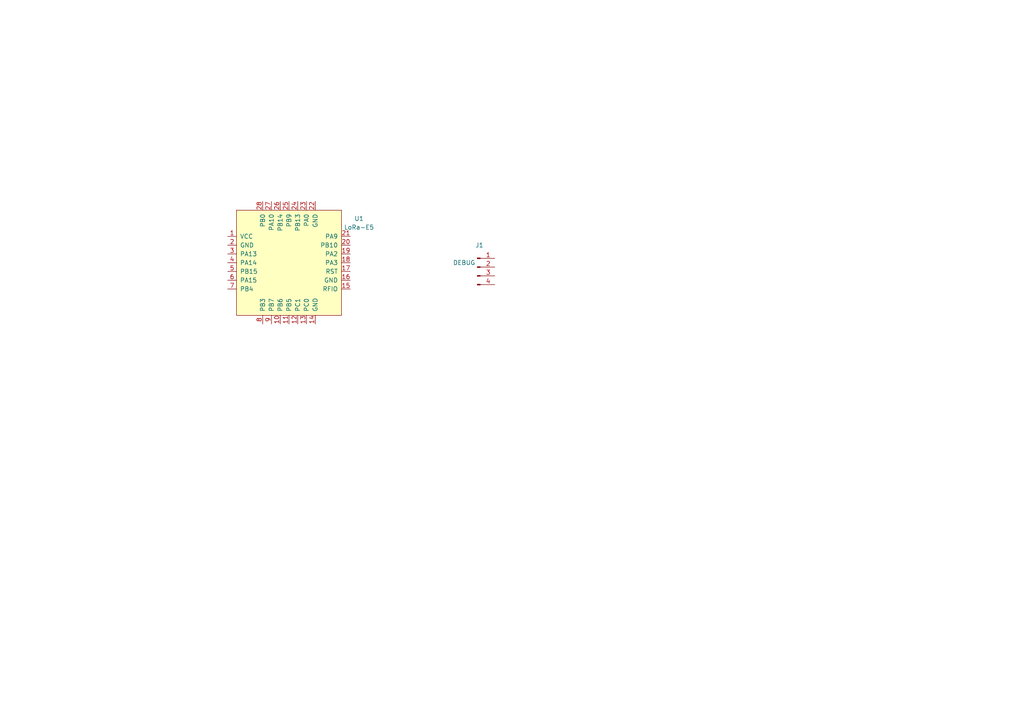
<source format=kicad_sch>
(kicad_sch (version 20230121) (generator eeschema)
  (paper "A4")
  (lib_symbols
    (symbol "Connector:Conn_01x04_Pin" (pin_names (offset 1.016) hide)
      (property "Reference" "J" (at 0 5.08 0))
      (property "Value" "Conn_01x04_Pin" (at 0 -7.62 0))
      (symbol "Conn_01x04_Pin_1_1"
        (polyline (pts (xy 1.27 -5.08) (xy 0.8636 -5.08)) (stroke (width 0.1524)))
        (polyline (pts (xy 1.27 -2.54) (xy 0.8636 -2.54)) (stroke (width 0.1524)))
        (polyline (pts (xy 1.27 0) (xy 0.8636 0)) (stroke (width 0.1524)))
        (polyline (pts (xy 1.27 2.54) (xy 0.8636 2.54)) (stroke (width 0.1524)))
        (rectangle (start 0.8636 -4.953) (end 0 -5.207) (stroke (width 0.1524)) (fill (type outline)))
        (rectangle (start 0.8636 -2.413) (end 0 -2.667) (stroke (width 0.1524)) (fill (type outline)))
        (rectangle (start 0.8636 0.127) (end 0 -0.127) (stroke (width 0.1524)) (fill (type outline)))
        (rectangle (start 0.8636 2.667) (end 0 2.413) (stroke (width 0.1524)) (fill (type outline)))
        (pin passive line (at 5.08 2.54 180) (length 3.81) (name "Pin_1") (number "1"))
        (pin passive line (at 5.08 0 180) (length 3.81) (name "Pin_2") (number "2"))
        (pin passive line (at 5.08 -2.54 180) (length 3.81) (name "Pin_3") (number "3"))
        (pin passive line (at 5.08 -5.08 180) (length 3.81) (name "Pin_4") (number "4"))
      )
    )
    (symbol "Lora E5:LoRa-E5" (pin_names (offset 1.016))
      (property "Reference" "U" (at 0 0 0))
      (property "Value" "LoRa-E5" (at 0 2.54 0))
      (symbol "LoRa-E5_0_1"
        (rectangle (start -15.24 15.24) (end 15.24 -15.24) (fill (type background)))
      )
      (symbol "LoRa-E5_1_1"
        (pin input line (at -17.78 7.62 0) (length 2.54) (name "VCC") (number "1"))
        (pin input line (at -2.54 -17.78 90) (length 2.54) (name "PB6") (number "10"))
        (pin input line (at 0 -17.78 90) (length 2.54) (name "PB5") (number "11"))
        (pin input line (at 2.54 -17.78 90) (length 2.54) (name "PC1") (number "12"))
        (pin input line (at 5.08 -17.78 90) (length 2.54) (name "PC0") (number "13"))
        (pin input line (at 7.62 -17.78 90) (length 2.54) (name "GND") (number "14"))
        (pin input line (at 17.78 -7.62 180) (length 2.54) (name "RFIO") (number "15"))
        (pin input line (at 17.78 -5.08 180) (length 2.54) (name "GND") (number "16"))
        (pin input line (at 17.78 -2.54 180) (length 2.54) (name "RST") (number "17"))
        (pin input line (at 17.78 0 180) (length 2.54) (name "PA3") (number "18"))
        (pin input line (at 17.78 2.54 180) (length 2.54) (name "PA2") (number "19"))
        (pin input line (at -17.78 5.08 0) (length 2.54) (name "GND") (number "2"))
        (pin input line (at 17.78 5.08 180) (length 2.54) (name "PB10") (number "20"))
        (pin input line (at 17.78 7.62 180) (length 2.54) (name "PA9") (number "21"))
        (pin input line (at 7.62 17.78 270) (length 2.54) (name "GND") (number "22"))
        (pin input line (at 5.08 17.78 270) (length 2.54) (name "PA0") (number "23"))
        (pin input line (at 2.54 17.78 270) (length 2.54) (name "PB13~{}") (number "24"))
        (pin input line (at 0 17.78 270) (length 2.54) (name "PB9") (number "25"))
        (pin input line (at -2.54 17.78 270) (length 2.54) (name "PB14") (number "26"))
        (pin input line (at -5.08 17.78 270) (length 2.54) (name "PA10") (number "27"))
        (pin input line (at -7.62 17.78 270) (length 2.54) (name "PB0") (number "28"))
        (pin input line (at -17.78 2.54 0) (length 2.54) (name "PA13") (number "3"))
        (pin input line (at -17.78 0 0) (length 2.54) (name "PA14") (number "4"))
        (pin input line (at -17.78 -2.54 0) (length 2.54) (name "PB15") (number "5"))
        (pin input line (at -17.78 -5.08 0) (length 2.54) (name "PA15") (number "6"))
        (pin input line (at -17.78 -7.62 0) (length 2.54) (name "PB4") (number "7"))
        (pin input line (at -7.62 -17.78 90) (length 2.54) (name "PB3") (number "8"))
        (pin input line (at -5.08 -17.78 90) (length 2.54) (name "PB7") (number "9"))
      )
    )
  )
  (symbol (lib_id "Lora E5:LoRa-E5") (at 83.82 76.2 0) (unit 1)
    (property "Reference" "U1" (at 104.14 63.3983 0))
    (property "Value" "LoRa-E5" (at 104.14 65.9383 0))
  )
  (symbol (lib_id "Connector:Conn_01x04_Pin") (at 138.43 77.47 0) (unit 1)
    (property "Reference" "J1" (at 139.065 71.12 0))
    (property "Value" "DEBUG" (at 134.62 76.2 0))
  )
)
</source>
